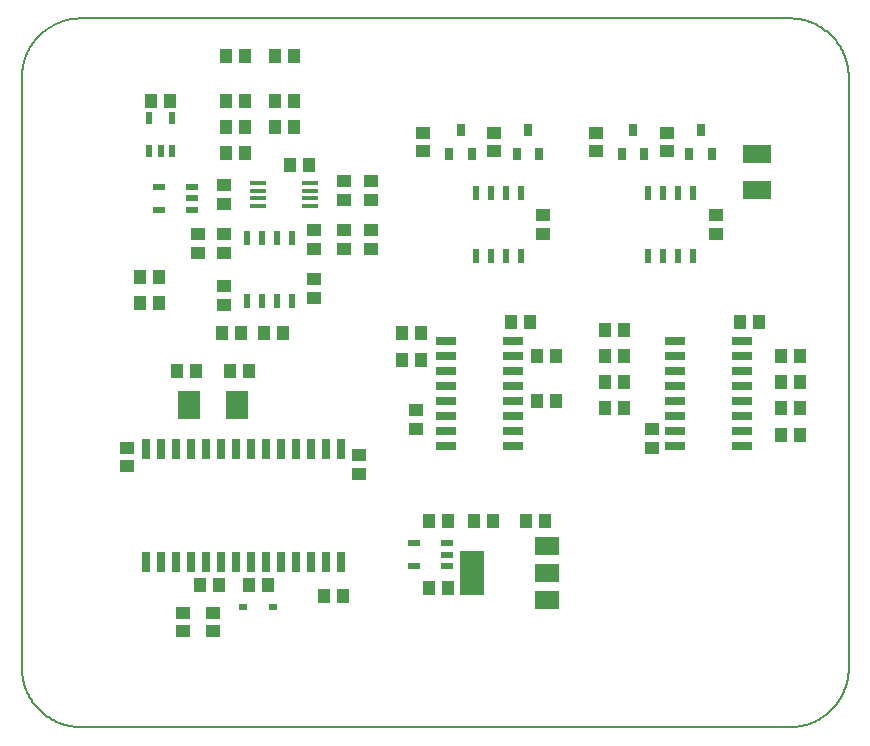
<source format=gtp>
G75*
%MOIN*%
%OFA0B0*%
%FSLAX25Y25*%
%IPPOS*%
%LPD*%
%AMOC8*
5,1,8,0,0,1.08239X$1,22.5*
%
%ADD10C,0.00000*%
%ADD11C,0.00787*%
%ADD12R,0.06890X0.02756*%
%ADD13R,0.02362X0.05118*%
%ADD14R,0.09449X0.06299*%
%ADD15R,0.04331X0.05118*%
%ADD16R,0.05118X0.04331*%
%ADD17R,0.03150X0.03937*%
%ADD18R,0.04331X0.02362*%
%ADD19R,0.02559X0.06693*%
%ADD20R,0.07480X0.09449*%
%ADD21R,0.03150X0.02362*%
%ADD22R,0.07874X0.05906*%
%ADD23R,0.07874X0.14961*%
%ADD24R,0.02362X0.04331*%
%ADD25R,0.05709X0.01575*%
D10*
X0032280Y0021138D02*
X0032286Y0020662D01*
X0032303Y0020187D01*
X0032332Y0019712D01*
X0032372Y0019238D01*
X0032424Y0018765D01*
X0032487Y0018294D01*
X0032561Y0017824D01*
X0032647Y0017356D01*
X0032744Y0016890D01*
X0032852Y0016427D01*
X0032971Y0015967D01*
X0033102Y0015509D01*
X0033243Y0015055D01*
X0033396Y0014604D01*
X0033559Y0014158D01*
X0033733Y0013715D01*
X0033918Y0013277D01*
X0034113Y0012843D01*
X0034319Y0012414D01*
X0034535Y0011990D01*
X0034761Y0011571D01*
X0034997Y0011158D01*
X0035243Y0010751D01*
X0035499Y0010350D01*
X0035765Y0009956D01*
X0036040Y0009567D01*
X0036324Y0009186D01*
X0036617Y0008812D01*
X0036919Y0008444D01*
X0037231Y0008084D01*
X0037550Y0007732D01*
X0037878Y0007388D01*
X0038215Y0007051D01*
X0038559Y0006723D01*
X0038911Y0006404D01*
X0039271Y0006092D01*
X0039639Y0005790D01*
X0040013Y0005497D01*
X0040394Y0005213D01*
X0040783Y0004938D01*
X0041177Y0004672D01*
X0041578Y0004416D01*
X0041985Y0004170D01*
X0042398Y0003934D01*
X0042817Y0003708D01*
X0043241Y0003492D01*
X0043670Y0003286D01*
X0044104Y0003091D01*
X0044542Y0002906D01*
X0044985Y0002732D01*
X0045431Y0002569D01*
X0045882Y0002416D01*
X0046336Y0002275D01*
X0046794Y0002144D01*
X0047254Y0002025D01*
X0047717Y0001917D01*
X0048183Y0001820D01*
X0048651Y0001734D01*
X0049121Y0001660D01*
X0049592Y0001597D01*
X0050065Y0001545D01*
X0050539Y0001505D01*
X0051014Y0001476D01*
X0051489Y0001459D01*
X0051965Y0001453D01*
X0288186Y0001453D02*
X0288662Y0001459D01*
X0289137Y0001476D01*
X0289612Y0001505D01*
X0290086Y0001545D01*
X0290559Y0001597D01*
X0291030Y0001660D01*
X0291500Y0001734D01*
X0291968Y0001820D01*
X0292434Y0001917D01*
X0292897Y0002025D01*
X0293357Y0002144D01*
X0293815Y0002275D01*
X0294269Y0002416D01*
X0294720Y0002569D01*
X0295166Y0002732D01*
X0295609Y0002906D01*
X0296047Y0003091D01*
X0296481Y0003286D01*
X0296910Y0003492D01*
X0297334Y0003708D01*
X0297753Y0003934D01*
X0298166Y0004170D01*
X0298573Y0004416D01*
X0298974Y0004672D01*
X0299368Y0004938D01*
X0299757Y0005213D01*
X0300138Y0005497D01*
X0300512Y0005790D01*
X0300880Y0006092D01*
X0301240Y0006404D01*
X0301592Y0006723D01*
X0301936Y0007051D01*
X0302273Y0007388D01*
X0302601Y0007732D01*
X0302920Y0008084D01*
X0303232Y0008444D01*
X0303534Y0008812D01*
X0303827Y0009186D01*
X0304111Y0009567D01*
X0304386Y0009956D01*
X0304652Y0010350D01*
X0304908Y0010751D01*
X0305154Y0011158D01*
X0305390Y0011571D01*
X0305616Y0011990D01*
X0305832Y0012414D01*
X0306038Y0012843D01*
X0306233Y0013277D01*
X0306418Y0013715D01*
X0306592Y0014158D01*
X0306755Y0014604D01*
X0306908Y0015055D01*
X0307049Y0015509D01*
X0307180Y0015967D01*
X0307299Y0016427D01*
X0307407Y0016890D01*
X0307504Y0017356D01*
X0307590Y0017824D01*
X0307664Y0018294D01*
X0307727Y0018765D01*
X0307779Y0019238D01*
X0307819Y0019712D01*
X0307848Y0020187D01*
X0307865Y0020662D01*
X0307871Y0021138D01*
X0307871Y0217988D02*
X0307865Y0218464D01*
X0307848Y0218939D01*
X0307819Y0219414D01*
X0307779Y0219888D01*
X0307727Y0220361D01*
X0307664Y0220832D01*
X0307590Y0221302D01*
X0307504Y0221770D01*
X0307407Y0222236D01*
X0307299Y0222699D01*
X0307180Y0223159D01*
X0307049Y0223617D01*
X0306908Y0224071D01*
X0306755Y0224522D01*
X0306592Y0224968D01*
X0306418Y0225411D01*
X0306233Y0225849D01*
X0306038Y0226283D01*
X0305832Y0226712D01*
X0305616Y0227136D01*
X0305390Y0227555D01*
X0305154Y0227968D01*
X0304908Y0228375D01*
X0304652Y0228776D01*
X0304386Y0229170D01*
X0304111Y0229559D01*
X0303827Y0229940D01*
X0303534Y0230314D01*
X0303232Y0230682D01*
X0302920Y0231042D01*
X0302601Y0231394D01*
X0302273Y0231738D01*
X0301936Y0232075D01*
X0301592Y0232403D01*
X0301240Y0232722D01*
X0300880Y0233034D01*
X0300512Y0233336D01*
X0300138Y0233629D01*
X0299757Y0233913D01*
X0299368Y0234188D01*
X0298974Y0234454D01*
X0298573Y0234710D01*
X0298166Y0234956D01*
X0297753Y0235192D01*
X0297334Y0235418D01*
X0296910Y0235634D01*
X0296481Y0235840D01*
X0296047Y0236035D01*
X0295609Y0236220D01*
X0295166Y0236394D01*
X0294720Y0236557D01*
X0294269Y0236710D01*
X0293815Y0236851D01*
X0293357Y0236982D01*
X0292897Y0237101D01*
X0292434Y0237209D01*
X0291968Y0237306D01*
X0291500Y0237392D01*
X0291030Y0237466D01*
X0290559Y0237529D01*
X0290086Y0237581D01*
X0289612Y0237621D01*
X0289137Y0237650D01*
X0288662Y0237667D01*
X0288186Y0237673D01*
D11*
X0032280Y0217988D02*
X0032280Y0021138D01*
X0032286Y0020662D01*
X0032303Y0020187D01*
X0032332Y0019712D01*
X0032372Y0019238D01*
X0032424Y0018765D01*
X0032487Y0018294D01*
X0032561Y0017824D01*
X0032647Y0017356D01*
X0032744Y0016890D01*
X0032852Y0016427D01*
X0032971Y0015967D01*
X0033102Y0015509D01*
X0033243Y0015055D01*
X0033396Y0014604D01*
X0033559Y0014158D01*
X0033733Y0013715D01*
X0033918Y0013277D01*
X0034113Y0012843D01*
X0034319Y0012414D01*
X0034535Y0011990D01*
X0034761Y0011571D01*
X0034997Y0011158D01*
X0035243Y0010751D01*
X0035499Y0010350D01*
X0035765Y0009956D01*
X0036040Y0009567D01*
X0036324Y0009186D01*
X0036617Y0008812D01*
X0036919Y0008444D01*
X0037231Y0008084D01*
X0037550Y0007732D01*
X0037878Y0007388D01*
X0038215Y0007051D01*
X0038559Y0006723D01*
X0038911Y0006404D01*
X0039271Y0006092D01*
X0039639Y0005790D01*
X0040013Y0005497D01*
X0040394Y0005213D01*
X0040783Y0004938D01*
X0041177Y0004672D01*
X0041578Y0004416D01*
X0041985Y0004170D01*
X0042398Y0003934D01*
X0042817Y0003708D01*
X0043241Y0003492D01*
X0043670Y0003286D01*
X0044104Y0003091D01*
X0044542Y0002906D01*
X0044985Y0002732D01*
X0045431Y0002569D01*
X0045882Y0002416D01*
X0046336Y0002275D01*
X0046794Y0002144D01*
X0047254Y0002025D01*
X0047717Y0001917D01*
X0048183Y0001820D01*
X0048651Y0001734D01*
X0049121Y0001660D01*
X0049592Y0001597D01*
X0050065Y0001545D01*
X0050539Y0001505D01*
X0051014Y0001476D01*
X0051489Y0001459D01*
X0051965Y0001453D01*
X0288186Y0001453D01*
X0288662Y0001459D01*
X0289137Y0001476D01*
X0289612Y0001505D01*
X0290086Y0001545D01*
X0290559Y0001597D01*
X0291030Y0001660D01*
X0291500Y0001734D01*
X0291968Y0001820D01*
X0292434Y0001917D01*
X0292897Y0002025D01*
X0293357Y0002144D01*
X0293815Y0002275D01*
X0294269Y0002416D01*
X0294720Y0002569D01*
X0295166Y0002732D01*
X0295609Y0002906D01*
X0296047Y0003091D01*
X0296481Y0003286D01*
X0296910Y0003492D01*
X0297334Y0003708D01*
X0297753Y0003934D01*
X0298166Y0004170D01*
X0298573Y0004416D01*
X0298974Y0004672D01*
X0299368Y0004938D01*
X0299757Y0005213D01*
X0300138Y0005497D01*
X0300512Y0005790D01*
X0300880Y0006092D01*
X0301240Y0006404D01*
X0301592Y0006723D01*
X0301936Y0007051D01*
X0302273Y0007388D01*
X0302601Y0007732D01*
X0302920Y0008084D01*
X0303232Y0008444D01*
X0303534Y0008812D01*
X0303827Y0009186D01*
X0304111Y0009567D01*
X0304386Y0009956D01*
X0304652Y0010350D01*
X0304908Y0010751D01*
X0305154Y0011158D01*
X0305390Y0011571D01*
X0305616Y0011990D01*
X0305832Y0012414D01*
X0306038Y0012843D01*
X0306233Y0013277D01*
X0306418Y0013715D01*
X0306592Y0014158D01*
X0306755Y0014604D01*
X0306908Y0015055D01*
X0307049Y0015509D01*
X0307180Y0015967D01*
X0307299Y0016427D01*
X0307407Y0016890D01*
X0307504Y0017356D01*
X0307590Y0017824D01*
X0307664Y0018294D01*
X0307727Y0018765D01*
X0307779Y0019238D01*
X0307819Y0019712D01*
X0307848Y0020187D01*
X0307865Y0020662D01*
X0307871Y0021138D01*
X0307871Y0217988D01*
X0307865Y0218464D01*
X0307848Y0218939D01*
X0307819Y0219414D01*
X0307779Y0219888D01*
X0307727Y0220361D01*
X0307664Y0220832D01*
X0307590Y0221302D01*
X0307504Y0221770D01*
X0307407Y0222236D01*
X0307299Y0222699D01*
X0307180Y0223159D01*
X0307049Y0223617D01*
X0306908Y0224071D01*
X0306755Y0224522D01*
X0306592Y0224968D01*
X0306418Y0225411D01*
X0306233Y0225849D01*
X0306038Y0226283D01*
X0305832Y0226712D01*
X0305616Y0227136D01*
X0305390Y0227555D01*
X0305154Y0227968D01*
X0304908Y0228375D01*
X0304652Y0228776D01*
X0304386Y0229170D01*
X0304111Y0229559D01*
X0303827Y0229940D01*
X0303534Y0230314D01*
X0303232Y0230682D01*
X0302920Y0231042D01*
X0302601Y0231394D01*
X0302273Y0231738D01*
X0301936Y0232075D01*
X0301592Y0232403D01*
X0301240Y0232722D01*
X0300880Y0233034D01*
X0300512Y0233336D01*
X0300138Y0233629D01*
X0299757Y0233913D01*
X0299368Y0234188D01*
X0298974Y0234454D01*
X0298573Y0234710D01*
X0298166Y0234956D01*
X0297753Y0235192D01*
X0297334Y0235418D01*
X0296910Y0235634D01*
X0296481Y0235840D01*
X0296047Y0236035D01*
X0295609Y0236220D01*
X0295166Y0236394D01*
X0294720Y0236557D01*
X0294269Y0236710D01*
X0293815Y0236851D01*
X0293357Y0236982D01*
X0292897Y0237101D01*
X0292434Y0237209D01*
X0291968Y0237306D01*
X0291500Y0237392D01*
X0291030Y0237466D01*
X0290559Y0237529D01*
X0290086Y0237581D01*
X0289612Y0237621D01*
X0289137Y0237650D01*
X0288662Y0237667D01*
X0288186Y0237673D01*
X0051965Y0237673D01*
X0051489Y0237667D01*
X0051014Y0237650D01*
X0050539Y0237621D01*
X0050065Y0237581D01*
X0049592Y0237529D01*
X0049121Y0237466D01*
X0048651Y0237392D01*
X0048183Y0237306D01*
X0047717Y0237209D01*
X0047254Y0237101D01*
X0046794Y0236982D01*
X0046336Y0236851D01*
X0045882Y0236710D01*
X0045431Y0236557D01*
X0044985Y0236394D01*
X0044542Y0236220D01*
X0044104Y0236035D01*
X0043670Y0235840D01*
X0043241Y0235634D01*
X0042817Y0235418D01*
X0042398Y0235192D01*
X0041985Y0234956D01*
X0041578Y0234710D01*
X0041177Y0234454D01*
X0040783Y0234188D01*
X0040394Y0233913D01*
X0040013Y0233629D01*
X0039639Y0233336D01*
X0039271Y0233034D01*
X0038911Y0232722D01*
X0038559Y0232403D01*
X0038215Y0232075D01*
X0037878Y0231738D01*
X0037550Y0231394D01*
X0037231Y0231042D01*
X0036919Y0230682D01*
X0036617Y0230314D01*
X0036324Y0229940D01*
X0036040Y0229559D01*
X0035765Y0229170D01*
X0035499Y0228776D01*
X0035243Y0228375D01*
X0034997Y0227968D01*
X0034761Y0227555D01*
X0034535Y0227136D01*
X0034319Y0226712D01*
X0034113Y0226283D01*
X0033918Y0225849D01*
X0033733Y0225411D01*
X0033559Y0224968D01*
X0033396Y0224522D01*
X0033243Y0224071D01*
X0033102Y0223617D01*
X0032971Y0223159D01*
X0032852Y0222699D01*
X0032744Y0222236D01*
X0032647Y0221770D01*
X0032561Y0221302D01*
X0032487Y0220832D01*
X0032424Y0220361D01*
X0032372Y0219888D01*
X0032332Y0219414D01*
X0032303Y0218939D01*
X0032286Y0218464D01*
X0032280Y0217988D01*
D12*
X0173658Y0130203D03*
X0173658Y0125203D03*
X0173658Y0120203D03*
X0173658Y0115203D03*
X0173658Y0110203D03*
X0173658Y0105203D03*
X0173658Y0100203D03*
X0173658Y0095203D03*
X0195902Y0095203D03*
X0195902Y0100203D03*
X0195902Y0105203D03*
X0195902Y0110203D03*
X0195902Y0115203D03*
X0195902Y0120203D03*
X0195902Y0125203D03*
X0195902Y0130203D03*
X0249908Y0130203D03*
X0249908Y0125203D03*
X0249908Y0120203D03*
X0249908Y0115203D03*
X0249908Y0110203D03*
X0249908Y0105203D03*
X0249908Y0100203D03*
X0249908Y0095203D03*
X0272152Y0095203D03*
X0272152Y0100203D03*
X0272152Y0105203D03*
X0272152Y0110203D03*
X0272152Y0115203D03*
X0272152Y0120203D03*
X0272152Y0125203D03*
X0272152Y0130203D03*
D13*
X0256030Y0158520D03*
X0251030Y0158520D03*
X0246030Y0158520D03*
X0241030Y0158520D03*
X0241030Y0179386D03*
X0246030Y0179386D03*
X0251030Y0179386D03*
X0256030Y0179386D03*
X0198530Y0179386D03*
X0193530Y0179386D03*
X0188530Y0179386D03*
X0183530Y0179386D03*
X0183530Y0158520D03*
X0188530Y0158520D03*
X0193530Y0158520D03*
X0198530Y0158520D03*
X0122280Y0164386D03*
X0117280Y0164386D03*
X0112280Y0164386D03*
X0107280Y0164386D03*
X0107280Y0143520D03*
X0112280Y0143520D03*
X0117280Y0143520D03*
X0122280Y0143520D03*
D14*
X0277280Y0180547D03*
X0277280Y0192358D03*
D15*
X0277930Y0136453D03*
X0271631Y0136453D03*
X0285381Y0125203D03*
X0291680Y0125203D03*
X0291680Y0116453D03*
X0285381Y0116453D03*
X0285381Y0107703D03*
X0291680Y0107703D03*
X0291680Y0098953D03*
X0285381Y0098953D03*
X0232930Y0107703D03*
X0226631Y0107703D03*
X0226631Y0116453D03*
X0232930Y0116453D03*
X0232930Y0125203D03*
X0226631Y0125203D03*
X0226631Y0133953D03*
X0232930Y0133953D03*
X0210430Y0125203D03*
X0204131Y0125203D03*
X0201680Y0136453D03*
X0195381Y0136453D03*
X0204131Y0110203D03*
X0210430Y0110203D03*
X0206680Y0070203D03*
X0200381Y0070203D03*
X0189180Y0070203D03*
X0182881Y0070203D03*
X0174180Y0070203D03*
X0167881Y0070203D03*
X0167881Y0047703D03*
X0174180Y0047703D03*
X0139180Y0045203D03*
X0132881Y0045203D03*
X0114180Y0048953D03*
X0107881Y0048953D03*
X0097930Y0048953D03*
X0091631Y0048953D03*
X0090430Y0120203D03*
X0084131Y0120203D03*
X0101631Y0120203D03*
X0107930Y0120203D03*
X0105430Y0132703D03*
X0112881Y0132703D03*
X0119180Y0132703D03*
X0099131Y0132703D03*
X0077930Y0142703D03*
X0071631Y0142703D03*
X0071631Y0151453D03*
X0077930Y0151453D03*
X0121631Y0188953D03*
X0127930Y0188953D03*
X0122930Y0201453D03*
X0116631Y0201453D03*
X0116631Y0210203D03*
X0122930Y0210203D03*
X0106680Y0210203D03*
X0100381Y0210203D03*
X0100381Y0201453D03*
X0106680Y0201453D03*
X0106680Y0192703D03*
X0100381Y0192703D03*
X0081680Y0210203D03*
X0075381Y0210203D03*
X0100381Y0225203D03*
X0106680Y0225203D03*
X0116631Y0225203D03*
X0122930Y0225203D03*
X0159131Y0132703D03*
X0165430Y0132703D03*
X0165430Y0123953D03*
X0159131Y0123953D03*
D16*
X0163530Y0107102D03*
X0163530Y0100803D03*
X0144780Y0092102D03*
X0144780Y0085803D03*
X0096030Y0039602D03*
X0096030Y0033303D03*
X0086030Y0033303D03*
X0086030Y0039602D03*
X0067280Y0088303D03*
X0067280Y0094602D03*
X0099780Y0142053D03*
X0099780Y0148352D03*
X0099780Y0159553D03*
X0099780Y0165852D03*
X0091030Y0165852D03*
X0091030Y0159553D03*
X0099780Y0175803D03*
X0099780Y0182102D03*
X0129780Y0167102D03*
X0129780Y0160803D03*
X0129780Y0150852D03*
X0129780Y0144553D03*
X0139780Y0160803D03*
X0139780Y0167102D03*
X0148530Y0167102D03*
X0148530Y0160803D03*
X0148530Y0177053D03*
X0148530Y0183352D03*
X0139780Y0183352D03*
X0139780Y0177053D03*
X0166030Y0193303D03*
X0166030Y0199602D03*
X0189780Y0199602D03*
X0189780Y0193303D03*
X0206030Y0172102D03*
X0206030Y0165803D03*
X0223530Y0193303D03*
X0223530Y0199602D03*
X0247280Y0199602D03*
X0247280Y0193303D03*
X0263530Y0172102D03*
X0263530Y0165803D03*
X0242280Y0100852D03*
X0242280Y0094553D03*
D17*
X0239770Y0192516D03*
X0232290Y0192516D03*
X0236030Y0200390D03*
X0254790Y0192516D03*
X0262270Y0192516D03*
X0258530Y0200390D03*
X0204770Y0192516D03*
X0197290Y0192516D03*
X0201030Y0200390D03*
X0182270Y0192516D03*
X0174790Y0192516D03*
X0178530Y0200390D03*
D18*
X0089042Y0181443D03*
X0089042Y0177703D03*
X0089042Y0173963D03*
X0078018Y0173963D03*
X0078018Y0181443D03*
X0163018Y0062693D03*
X0163018Y0055213D03*
X0174042Y0055213D03*
X0174042Y0058953D03*
X0174042Y0062693D03*
D19*
X0138530Y0056384D03*
X0133530Y0056384D03*
X0128530Y0056384D03*
X0123530Y0056384D03*
X0118530Y0056384D03*
X0113530Y0056384D03*
X0108530Y0056384D03*
X0103530Y0056384D03*
X0098530Y0056384D03*
X0093530Y0056384D03*
X0088530Y0056384D03*
X0083530Y0056384D03*
X0078530Y0056384D03*
X0073530Y0056384D03*
X0073530Y0094022D03*
X0078530Y0094022D03*
X0083530Y0094022D03*
X0088530Y0094022D03*
X0093530Y0094022D03*
X0098530Y0094022D03*
X0103530Y0094022D03*
X0108530Y0094022D03*
X0113530Y0094022D03*
X0118530Y0094022D03*
X0123530Y0094022D03*
X0128530Y0094022D03*
X0133530Y0094022D03*
X0138530Y0094022D03*
D20*
X0104101Y0108953D03*
X0087959Y0108953D03*
D21*
X0106109Y0041453D03*
X0115951Y0041453D03*
D22*
X0207182Y0043648D03*
X0207182Y0052703D03*
X0207182Y0061758D03*
D23*
X0182379Y0052703D03*
D24*
X0082270Y0193441D03*
X0078530Y0193441D03*
X0074790Y0193441D03*
X0074790Y0204465D03*
X0082270Y0204465D03*
D25*
X0111119Y0182791D03*
X0111119Y0180232D03*
X0111119Y0177673D03*
X0111119Y0175114D03*
X0128442Y0175114D03*
X0128442Y0177673D03*
X0128442Y0180232D03*
X0128442Y0182791D03*
M02*

</source>
